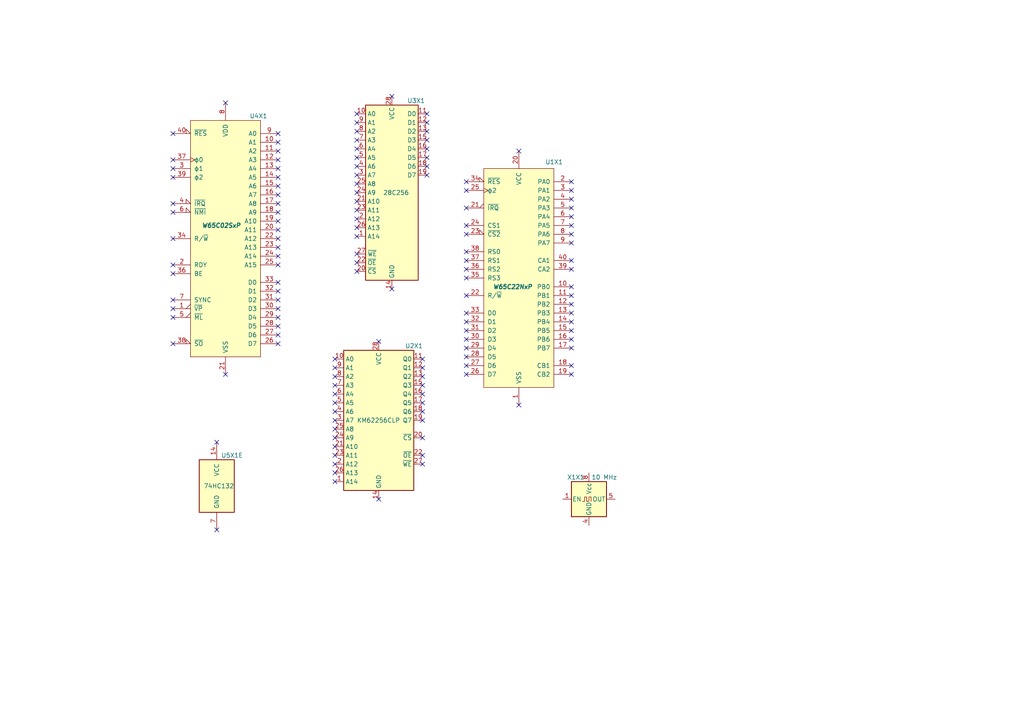
<source format=kicad_sch>
(kicad_sch (version 20211123) (generator eeschema)
  (paper "A4")
  (lib_symbols
    (symbol "65xx:W65C02SxP" (pin_names (offset 1.016))
      (property "Reference" "U" (at -10.16 35.56 0))
      (property "Value" "W65C02SxP" (at 0 0 90))
      (symbol "W65C02SxP_0_1"
        (rectangle (start -10.16 34.29) (end 10.16 -34.29) (fill (type background)))
      )
      (symbol "W65C02SxP_1_1"
        (pin output output_low (at -15.24 -20.32 0) (length 5.08) (name "~{VP}") (number "1"))
        (pin tri_state line (at 15.24 27.94 180) (length 5.08) (name "A1") (number "10"))
        (pin tri_state line (at 15.24 25.4 180) (length 5.08) (name "A2") (number "11"))
        (pin tri_state line (at 15.24 22.86 180) (length 5.08) (name "A3") (number "12"))
        (pin tri_state line (at 15.24 20.32 180) (length 5.08) (name "A4") (number "13"))
        (pin tri_state line (at 15.24 17.78 180) (length 5.08) (name "A5") (number "14"))
        (pin tri_state line (at 15.24 15.24 180) (length 5.08) (name "A6") (number "15"))
        (pin tri_state line (at 15.24 12.7 180) (length 5.08) (name "A7") (number "16"))
        (pin tri_state line (at 15.24 10.16 180) (length 5.08) (name "A8") (number "17"))
        (pin tri_state line (at 15.24 7.62 180) (length 5.08) (name "A9") (number "18"))
        (pin tri_state line (at 15.24 5.08 180) (length 5.08) (name "A10") (number "19"))
        (pin open_collector line (at -15.24 -7.62 0) (length 5.08) (name "RDY") (number "2"))
        (pin tri_state line (at 15.24 2.54 180) (length 5.08) (name "A11") (number "20"))
        (pin power_in line (at 0 -39.37 90) (length 5.08) (name "VSS") (number "21"))
        (pin tri_state line (at 15.24 0 180) (length 5.08) (name "A12") (number "22"))
        (pin tri_state line (at 15.24 -2.54 180) (length 5.08) (name "A13") (number "23"))
        (pin tri_state line (at 15.24 -5.08 180) (length 5.08) (name "A14") (number "24"))
        (pin tri_state line (at 15.24 -7.62 180) (length 5.08) (name "A15") (number "25"))
        (pin bidirectional line (at 15.24 -30.48 180) (length 5.08) (name "D7") (number "26"))
        (pin bidirectional line (at 15.24 -27.94 180) (length 5.08) (name "D6") (number "27"))
        (pin bidirectional line (at 15.24 -25.4 180) (length 5.08) (name "D5") (number "28"))
        (pin bidirectional line (at 15.24 -22.86 180) (length 5.08) (name "D4") (number "29"))
        (pin output line (at -15.24 20.32 0) (length 5.08) (name "ϕ1") (number "3"))
        (pin bidirectional line (at 15.24 -20.32 180) (length 5.08) (name "D3") (number "30"))
        (pin bidirectional line (at 15.24 -17.78 180) (length 5.08) (name "D2") (number "31"))
        (pin bidirectional line (at 15.24 -15.24 180) (length 5.08) (name "D1") (number "32"))
        (pin bidirectional line (at 15.24 -12.7 180) (length 5.08) (name "D0") (number "33"))
        (pin tri_state line (at -15.24 0 0) (length 5.08) (name "R/~{W}") (number "34"))
        (pin no_connect non_logic (at -10.16 -27.94 0) (length 2.54) hide (name "nc") (number "35"))
        (pin input line (at -15.24 -10.16 0) (length 5.08) (name "BE") (number "36"))
        (pin input clock (at -15.24 22.86 0) (length 5.08) (name "ϕ0") (number "37"))
        (pin input input_low (at -15.24 -30.48 0) (length 5.08) (name "~{SO}") (number "38"))
        (pin output line (at -15.24 17.78 0) (length 5.08) (name "ϕ2") (number "39"))
        (pin input input_low (at -15.24 10.16 0) (length 5.08) (name "~{IRQ}") (number "4"))
        (pin input input_low (at -15.24 30.48 0) (length 5.08) (name "~{RES}") (number "40"))
        (pin output output_low (at -15.24 -22.86 0) (length 5.08) (name "~{ML}") (number "5"))
        (pin input input_low (at -15.24 7.62 0) (length 5.08) (name "~{NMI}") (number "6"))
        (pin output line (at -15.24 -17.78 0) (length 5.08) (name "SYNC") (number "7"))
        (pin power_in line (at 0 39.37 270) (length 5.08) (name "VDD") (number "8"))
        (pin tri_state line (at 15.24 30.48 180) (length 5.08) (name "A0") (number "9"))
      )
    )
    (symbol "65xx:W65C22NxP" (pin_names (offset 1.016))
      (property "Reference" "U" (at -10.16 33.02 0))
      (property "Value" "W65C22NxP" (at 0 0 90))
      (symbol "W65C22NxP_0_1"
        (rectangle (start -10.16 31.75) (end 10.16 -31.75) (fill (type background)))
      )
      (symbol "W65C22NxP_1_1"
        (pin power_in line (at 0 -36.83 90) (length 5.08) (name "VSS") (number "1"))
        (pin bidirectional line (at 15.24 -2.54 180) (length 5.08) (name "PB0") (number "10"))
        (pin bidirectional line (at 15.24 -5.08 180) (length 5.08) (name "PB1") (number "11"))
        (pin bidirectional line (at 15.24 -7.62 180) (length 5.08) (name "PB2") (number "12"))
        (pin bidirectional line (at 15.24 -10.16 180) (length 5.08) (name "PB3") (number "13"))
        (pin bidirectional line (at 15.24 -12.7 180) (length 5.08) (name "PB4") (number "14"))
        (pin bidirectional line (at 15.24 -15.24 180) (length 5.08) (name "PB5") (number "15"))
        (pin bidirectional line (at 15.24 -17.78 180) (length 5.08) (name "PB6") (number "16"))
        (pin bidirectional line (at 15.24 -20.32 180) (length 5.08) (name "PB7") (number "17"))
        (pin input line (at 15.24 -25.4 180) (length 5.08) (name "CB1") (number "18"))
        (pin bidirectional line (at 15.24 -27.94 180) (length 5.08) (name "CB2") (number "19"))
        (pin bidirectional line (at 15.24 27.94 180) (length 5.08) (name "PA0") (number "2"))
        (pin power_in line (at 0 36.83 270) (length 5.08) (name "VCC") (number "20"))
        (pin open_collector output_low (at -15.24 20.32 0) (length 5.08) (name "~{IRQ}") (number "21"))
        (pin input line (at -15.24 -5.08 0) (length 5.08) (name "R/~{W}") (number "22"))
        (pin input input_low (at -15.24 12.7 0) (length 5.08) (name "~{CS2}") (number "23"))
        (pin input line (at -15.24 15.24 0) (length 5.08) (name "CS1") (number "24"))
        (pin input clock (at -15.24 25.4 0) (length 5.08) (name "ϕ2") (number "25"))
        (pin bidirectional line (at -15.24 -27.94 0) (length 5.08) (name "D7") (number "26"))
        (pin bidirectional line (at -15.24 -25.4 0) (length 5.08) (name "D6") (number "27"))
        (pin bidirectional line (at -15.24 -22.86 0) (length 5.08) (name "D5") (number "28"))
        (pin bidirectional line (at -15.24 -20.32 0) (length 5.08) (name "D4") (number "29"))
        (pin bidirectional line (at 15.24 25.4 180) (length 5.08) (name "PA1") (number "3"))
        (pin bidirectional line (at -15.24 -17.78 0) (length 5.08) (name "D3") (number "30"))
        (pin bidirectional line (at -15.24 -15.24 0) (length 5.08) (name "D2") (number "31"))
        (pin bidirectional line (at -15.24 -12.7 0) (length 5.08) (name "D1") (number "32"))
        (pin bidirectional line (at -15.24 -10.16 0) (length 5.08) (name "D0") (number "33"))
        (pin input input_low (at -15.24 27.94 0) (length 5.08) (name "~{RES}") (number "34"))
        (pin input line (at -15.24 0 0) (length 5.08) (name "RS3") (number "35"))
        (pin input line (at -15.24 2.54 0) (length 5.08) (name "RS2") (number "36"))
        (pin input line (at -15.24 5.08 0) (length 5.08) (name "RS1") (number "37"))
        (pin input line (at -15.24 7.62 0) (length 5.08) (name "RS0") (number "38"))
        (pin bidirectional line (at 15.24 2.54 180) (length 5.08) (name "CA2") (number "39"))
        (pin bidirectional line (at 15.24 22.86 180) (length 5.08) (name "PA2") (number "4"))
        (pin input line (at 15.24 5.08 180) (length 5.08) (name "CA1") (number "40"))
        (pin bidirectional line (at 15.24 20.32 180) (length 5.08) (name "PA3") (number "5"))
        (pin bidirectional line (at 15.24 17.78 180) (length 5.08) (name "PA4") (number "6"))
        (pin bidirectional line (at 15.24 15.24 180) (length 5.08) (name "PA5") (number "7"))
        (pin bidirectional line (at 15.24 12.7 180) (length 5.08) (name "PA6") (number "8"))
        (pin bidirectional line (at 15.24 10.16 180) (length 5.08) (name "PA7") (number "9"))
      )
    )
    (symbol "74xx:74HC00" (pin_names (offset 1.016))
      (property "Reference" "U" (at 0 1.27 0))
      (property "Value" "74HC00" (at 0 -1.27 0))
      (symbol "74HC00_1_1"
        (arc (start 0 -3.81) (mid 3.81 0) (end 0 3.81) (stroke (width 0.254)) (fill (type background)))
        (polyline (pts (xy 0 3.81) (xy -3.81 3.81) (xy -3.81 -3.81) (xy 0 -3.81)) (stroke (width 0.254)) (fill (type background)))
        (pin input line (at -7.62 2.54 0) (length 3.81) (name "~") (number "1"))
        (pin input line (at -7.62 -2.54 0) (length 3.81) (name "~") (number "2"))
        (pin output inverted (at 7.62 0 180) (length 3.81) (name "~") (number "3"))
      )
      (symbol "74HC00_1_2"
        (arc (start -3.81 -3.81) (mid -2.589 0) (end -3.81 3.81) (stroke (width 0.254)))
        (arc (start -0.6096 -3.81) (mid 2.1842 -2.5851) (end 3.81 0) (stroke (width 0.254)) (fill (type background)))
        (polyline (pts (xy -3.81 -3.81) (xy -0.635 -3.81)) (stroke (width 0.254)) (fill (type background)))
        (polyline (pts (xy -3.81 3.81) (xy -0.635 3.81)) (stroke (width 0.254)) (fill (type background)))
        (polyline (pts (xy -0.635 3.81) (xy -3.81 3.81) (xy -3.81 3.81) (xy -3.556 3.4036) (xy -3.0226 2.2606) (xy -2.6924 1.0414) (xy -2.6162 -0.254) (xy -2.7686 -1.4986) (xy -3.175 -2.7178) (xy -3.81 -3.81) (xy -3.81 -3.81) (xy -0.635 -3.81)) (stroke (width -25.4)) (fill (type background)))
        (arc (start 3.81 0) (mid 2.1915 2.5936) (end -0.6096 3.81) (stroke (width 0.254)) (fill (type background)))
        (pin input inverted (at -7.62 2.54 0) (length 4.318) (name "~") (number "1"))
        (pin input inverted (at -7.62 -2.54 0) (length 4.318) (name "~") (number "2"))
        (pin output line (at 7.62 0 180) (length 3.81) (name "~") (number "3"))
      )
      (symbol "74HC00_2_1"
        (arc (start 0 -3.81) (mid 3.81 0) (end 0 3.81) (stroke (width 0.254)) (fill (type background)))
        (polyline (pts (xy 0 3.81) (xy -3.81 3.81) (xy -3.81 -3.81) (xy 0 -3.81)) (stroke (width 0.254)) (fill (type background)))
        (pin input line (at -7.62 2.54 0) (length 3.81) (name "~") (number "4"))
        (pin input line (at -7.62 -2.54 0) (length 3.81) (name "~") (number "5"))
        (pin output inverted (at 7.62 0 180) (length 3.81) (name "~") (number "6"))
      )
      (symbol "74HC00_2_2"
        (arc (start -3.81 -3.81) (mid -2.589 0) (end -3.81 3.81) (stroke (width 0.254)))
        (arc (start -0.6096 -3.81) (mid 2.1842 -2.5851) (end 3.81 0) (stroke (width 0.254)) (fill (type background)))
        (polyline (pts (xy -3.81 -3.81) (xy -0.635 -3.81)) (stroke (width 0.254)) (fill (type background)))
        (polyline (pts (xy -3.81 3.81) (xy -0.635 3.81)) (stroke (width 0.254)) (fill (type background)))
        (polyline (pts (xy -0.635 3.81) (xy -3.81 3.81) (xy -3.81 3.81) (xy -3.556 3.4036) (xy -3.0226 2.2606) (xy -2.6924 1.0414) (xy -2.6162 -0.254) (xy -2.7686 -1.4986) (xy -3.175 -2.7178) (xy -3.81 -3.81) (xy -3.81 -3.81) (xy -0.635 -3.81)) (stroke (width -25.4)) (fill (type background)))
        (arc (start 3.81 0) (mid 2.1915 2.5936) (end -0.6096 3.81) (stroke (width 0.254)) (fill (type background)))
        (pin input inverted (at -7.62 2.54 0) (length 4.318) (name "~") (number "4"))
        (pin input inverted (at -7.62 -2.54 0) (length 4.318) (name "~") (number "5"))
        (pin output line (at 7.62 0 180) (length 3.81) (name "~") (number "6"))
      )
      (symbol "74HC00_3_1"
        (arc (start 0 -3.81) (mid 3.81 0) (end 0 3.81) (stroke (width 0.254)) (fill (type background)))
        (polyline (pts (xy 0 3.81) (xy -3.81 3.81) (xy -3.81 -3.81) (xy 0 -3.81)) (stroke (width 0.254)) (fill (type background)))
        (pin input line (at -7.62 -2.54 0) (length 3.81) (name "~") (number "10"))
        (pin output inverted (at 7.62 0 180) (length 3.81) (name "~") (number "8"))
        (pin input line (at -7.62 2.54 0) (length 3.81) (name "~") (number "9"))
      )
      (symbol "74HC00_3_2"
        (arc (start -3.81 -3.81) (mid -2.589 0) (end -3.81 3.81) (stroke (width 0.254)))
        (arc (start -0.6096 -3.81) (mid 2.1842 -2.5851) (end 3.81 0) (stroke (width 0.254)) (fill (type background)))
        (polyline (pts (xy -3.81 -3.81) (xy -0.635 -3.81)) (stroke (width 0.254)) (fill (type background)))
        (polyline (pts (xy -3.81 3.81) (xy -0.635 3.81)) (stroke (width 0.254)) (fill (type background)))
        (polyline (pts (xy -0.635 3.81) (xy -3.81 3.81) (xy -3.81 3.81) (xy -3.556 3.4036) (xy -3.0226 2.2606) (xy -2.6924 1.0414) (xy -2.6162 -0.254) (xy -2.7686 -1.4986) (xy -3.175 -2.7178) (xy -3.81 -3.81) (xy -3.81 -3.81) (xy -0.635 -3.81)) (stroke (width -25.4)) (fill (type background)))
        (arc (start 3.81 0) (mid 2.1915 2.5936) (end -0.6096 3.81) (stroke (width 0.254)) (fill (type background)))
        (pin input inverted (at -7.62 -2.54 0) (length 4.318) (name "~") (number "10"))
        (pin output line (at 7.62 0 180) (length 3.81) (name "~") (number "8"))
        (pin input inverted (at -7.62 2.54 0) (length 4.318) (name "~") (number "9"))
      )
      (symbol "74HC00_4_1"
        (arc (start 0 -3.81) (mid 3.81 0) (end 0 3.81) (stroke (width 0.254)) (fill (type background)))
        (polyline (pts (xy 0 3.81) (xy -3.81 3.81) (xy -3.81 -3.81) (xy 0 -3.81)) (stroke (width 0.254)) (fill (type background)))
        (pin output inverted (at 7.62 0 180) (length 3.81) (name "~") (number "11"))
        (pin input line (at -7.62 2.54 0) (length 3.81) (name "~") (number "12"))
        (pin input line (at -7.62 -2.54 0) (length 3.81) (name "~") (number "13"))
      )
      (symbol "74HC00_4_2"
        (arc (start -3.81 -3.81) (mid -2.589 0) (end -3.81 3.81) (stroke (width 0.254)))
        (arc (start -0.6096 -3.81) (mid 2.1842 -2.5851) (end 3.81 0) (stroke (width 0.254)) (fill (type background)))
        (polyline (pts (xy -3.81 -3.81) (xy -0.635 -3.81)) (stroke (width 0.254)) (fill (type background)))
        (polyline (pts (xy -3.81 3.81) (xy -0.635 3.81)) (stroke (width 0.254)) (fill (type background)))
        (polyline (pts (xy -0.635 3.81) (xy -3.81 3.81) (xy -3.81 3.81) (xy -3.556 3.4036) (xy -3.0226 2.2606) (xy -2.6924 1.0414) (xy -2.6162 -0.254) (xy -2.7686 -1.4986) (xy -3.175 -2.7178) (xy -3.81 -3.81) (xy -3.81 -3.81) (xy -0.635 -3.81)) (stroke (width -25.4)) (fill (type background)))
        (arc (start 3.81 0) (mid 2.1915 2.5936) (end -0.6096 3.81) (stroke (width 0.254)) (fill (type background)))
        (pin output line (at 7.62 0 180) (length 3.81) (name "~") (number "11"))
        (pin input inverted (at -7.62 2.54 0) (length 4.318) (name "~") (number "12"))
        (pin input inverted (at -7.62 -2.54 0) (length 4.318) (name "~") (number "13"))
      )
      (symbol "74HC00_5_0"
        (pin power_in line (at 0 12.7 270) (length 5.08) (name "VCC") (number "14"))
        (pin power_in line (at 0 -12.7 90) (length 5.08) (name "GND") (number "7"))
      )
      (symbol "74HC00_5_1"
        (rectangle (start -5.08 7.62) (end 5.08 -7.62) (stroke (width 0.254)) (fill (type background)))
      )
    )
    (symbol "Memory_EEPROM:28C256"
      (property "Reference" "U" (at -7.62 26.67 0))
      (property "Value" "28C256" (at 2.54 -26.67 0))
      (symbol "28C256_1_1"
        (rectangle (start -7.62 25.4) (end 7.62 -25.4) (stroke (width 0.254)) (fill (type background)))
        (pin input line (at -10.16 -12.7 0) (length 2.54) (name "A14") (number "1"))
        (pin input line (at -10.16 22.86 0) (length 2.54) (name "A0") (number "10"))
        (pin tri_state line (at 10.16 22.86 180) (length 2.54) (name "D0") (number "11"))
        (pin tri_state line (at 10.16 20.32 180) (length 2.54) (name "D1") (number "12"))
        (pin tri_state line (at 10.16 17.78 180) (length 2.54) (name "D2") (number "13"))
        (pin power_in line (at 0 -27.94 90) (length 2.54) (name "GND") (number "14"))
        (pin tri_state line (at 10.16 15.24 180) (length 2.54) (name "D3") (number "15"))
        (pin tri_state line (at 10.16 12.7 180) (length 2.54) (name "D4") (number "16"))
        (pin tri_state line (at 10.16 10.16 180) (length 2.54) (name "D5") (number "17"))
        (pin tri_state line (at 10.16 7.62 180) (length 2.54) (name "D6") (number "18"))
        (pin tri_state line (at 10.16 5.08 180) (length 2.54) (name "D7") (number "19"))
        (pin input line (at -10.16 -7.62 0) (length 2.54) (name "A12") (number "2"))
        (pin input line (at -10.16 -22.86 0) (length 2.54) (name "~{CS}") (number "20"))
        (pin input line (at -10.16 -2.54 0) (length 2.54) (name "A10") (number "21"))
        (pin input line (at -10.16 -20.32 0) (length 2.54) (name "~{OE}") (number "22"))
        (pin input line (at -10.16 -5.08 0) (length 2.54) (name "A11") (number "23"))
        (pin input line (at -10.16 0 0) (length 2.54) (name "A9") (number "24"))
        (pin input line (at -10.16 2.54 0) (length 2.54) (name "A8") (number "25"))
        (pin input line (at -10.16 -10.16 0) (length 2.54) (name "A13") (number "26"))
        (pin input line (at -10.16 -17.78 0) (length 2.54) (name "~{WE}") (number "27"))
        (pin power_in line (at 0 27.94 270) (length 2.54) (name "VCC") (number "28"))
        (pin input line (at -10.16 5.08 0) (length 2.54) (name "A7") (number "3"))
        (pin input line (at -10.16 7.62 0) (length 2.54) (name "A6") (number "4"))
        (pin input line (at -10.16 10.16 0) (length 2.54) (name "A5") (number "5"))
        (pin input line (at -10.16 12.7 0) (length 2.54) (name "A4") (number "6"))
        (pin input line (at -10.16 15.24 0) (length 2.54) (name "A3") (number "7"))
        (pin input line (at -10.16 17.78 0) (length 2.54) (name "A2") (number "8"))
        (pin input line (at -10.16 20.32 0) (length 2.54) (name "A1") (number "9"))
      )
    )
    (symbol "Memory_RAM:KM62256CLP"
      (property "Reference" "U" (at -10.16 20.955 0))
      (property "Value" "KM62256CLP" (at 2.54 20.955 0))
      (symbol "KM62256CLP_0_0"
        (pin power_in line (at 0 -22.86 90) (length 2.54) (name "GND") (number "14"))
        (pin power_in line (at 0 22.86 270) (length 2.54) (name "VCC") (number "28"))
      )
      (symbol "KM62256CLP_0_1"
        (rectangle (start -10.16 20.32) (end 10.16 -20.32) (stroke (width 0.254)) (fill (type background)))
      )
      (symbol "KM62256CLP_1_1"
        (pin input line (at -12.7 -17.78 0) (length 2.54) (name "A14") (number "1"))
        (pin input line (at -12.7 17.78 0) (length 2.54) (name "A0") (number "10"))
        (pin tri_state line (at 12.7 17.78 180) (length 2.54) (name "Q0") (number "11"))
        (pin tri_state line (at 12.7 15.24 180) (length 2.54) (name "Q1") (number "12"))
        (pin tri_state line (at 12.7 12.7 180) (length 2.54) (name "Q2") (number "13"))
        (pin tri_state line (at 12.7 10.16 180) (length 2.54) (name "Q3") (number "15"))
        (pin tri_state line (at 12.7 7.62 180) (length 2.54) (name "Q4") (number "16"))
        (pin tri_state line (at 12.7 5.08 180) (length 2.54) (name "Q5") (number "17"))
        (pin tri_state line (at 12.7 2.54 180) (length 2.54) (name "Q6") (number "18"))
        (pin tri_state line (at 12.7 0 180) (length 2.54) (name "Q7") (number "19"))
        (pin input line (at -12.7 -12.7 0) (length 2.54) (name "A12") (number "2"))
        (pin input line (at 12.7 -5.08 180) (length 2.54) (name "~{CS}") (number "20"))
        (pin input line (at -12.7 -7.62 0) (length 2.54) (name "A10") (number "21"))
        (pin input line (at 12.7 -10.16 180) (length 2.54) (name "~{OE}") (number "22"))
        (pin input line (at -12.7 -10.16 0) (length 2.54) (name "A11") (number "23"))
        (pin input line (at -12.7 -5.08 0) (length 2.54) (name "A9") (number "24"))
        (pin input line (at -12.7 -2.54 0) (length 2.54) (name "A8") (number "25"))
        (pin input line (at -12.7 -15.24 0) (length 2.54) (name "A13") (number "26"))
        (pin input line (at 12.7 -12.7 180) (length 2.54) (name "~{WE}") (number "27"))
        (pin input line (at -12.7 0 0) (length 2.54) (name "A7") (number "3"))
        (pin input line (at -12.7 2.54 0) (length 2.54) (name "A6") (number "4"))
        (pin input line (at -12.7 5.08 0) (length 2.54) (name "A5") (number "5"))
        (pin input line (at -12.7 7.62 0) (length 2.54) (name "A4") (number "6"))
        (pin input line (at -12.7 10.16 0) (length 2.54) (name "A3") (number "7"))
        (pin input line (at -12.7 12.7 0) (length 2.54) (name "A2") (number "8"))
        (pin input line (at -12.7 15.24 0) (length 2.54) (name "A1") (number "9"))
      )
    )
    (symbol "Oscillator:CXO_DIP8" (pin_names (offset 0.254))
      (property "Reference" "X" (at -5.08 6.35 0))
      (property "Value" "CXO_DIP8" (at 1.27 -6.35 0))
      (symbol "CXO_DIP8_0_1"
        (rectangle (start -5.08 5.08) (end 5.08 -5.08) (stroke (width 0.254)) (fill (type background)))
        (polyline (pts (xy -1.905 -0.635) (xy -1.27 -0.635) (xy -1.27 0.635) (xy -0.635 0.635) (xy -0.635 -0.635) (xy 0 -0.635) (xy 0 0.635) (xy 0.635 0.635) (xy 0.635 -0.635)))
      )
      (symbol "CXO_DIP8_1_1"
        (pin input line (at -7.62 0 0) (length 2.54) (name "EN") (number "1"))
        (pin power_in line (at 0 -7.62 90) (length 2.54) (name "GND") (number "4"))
        (pin output line (at 7.62 0 180) (length 2.54) (name "OUT") (number "5"))
        (pin power_in line (at 0 7.62 270) (length 2.54) (name "Vcc") (number "8"))
      )
    )
  )
  (no_connect (at 97.155 114.3))
  (no_connect (at 50.165 48.895))
  (no_connect (at 165.735 83.185))
  (no_connect (at 65.405 29.845))
  (no_connect (at 103.505 66.04))
  (no_connect (at 122.555 111.76))
  (no_connect (at 80.645 84.455))
  (no_connect (at 135.255 98.425))
  (no_connect (at 150.495 43.815))
  (no_connect (at 50.165 61.595))
  (no_connect (at 123.825 35.56))
  (no_connect (at 80.645 51.435))
  (no_connect (at 80.645 94.615))
  (no_connect (at 80.645 59.055))
  (no_connect (at 80.645 48.895))
  (no_connect (at 103.505 78.74))
  (no_connect (at 50.165 69.215))
  (no_connect (at 122.555 116.84))
  (no_connect (at 103.505 40.64))
  (no_connect (at 165.735 106.045))
  (no_connect (at 165.735 95.885))
  (no_connect (at 97.155 124.46))
  (no_connect (at 103.505 55.88))
  (no_connect (at 80.645 66.675))
  (no_connect (at 97.155 134.62))
  (no_connect (at 97.155 109.22))
  (no_connect (at 103.505 33.02))
  (no_connect (at 97.155 132.08))
  (no_connect (at 62.865 153.67))
  (no_connect (at 50.165 59.055))
  (no_connect (at 62.865 128.27))
  (no_connect (at 80.645 53.975))
  (no_connect (at 103.505 76.2))
  (no_connect (at 80.645 92.075))
  (no_connect (at 80.645 99.695))
  (no_connect (at 135.255 103.505))
  (no_connect (at 80.645 69.215))
  (no_connect (at 165.735 52.705))
  (no_connect (at 135.255 52.705))
  (no_connect (at 165.735 60.325))
  (no_connect (at 80.645 41.275))
  (no_connect (at 165.735 90.805))
  (no_connect (at 123.825 38.1))
  (no_connect (at 122.555 106.68))
  (no_connect (at 122.555 109.22))
  (no_connect (at 122.555 119.38))
  (no_connect (at 103.505 38.1))
  (no_connect (at 109.855 144.78))
  (no_connect (at 165.735 62.865))
  (no_connect (at 165.735 88.265))
  (no_connect (at 135.255 55.245))
  (no_connect (at 97.155 116.84))
  (no_connect (at 123.825 33.02))
  (no_connect (at 165.735 85.725))
  (no_connect (at 97.155 139.7))
  (no_connect (at 50.165 89.535))
  (no_connect (at 50.165 92.075))
  (no_connect (at 103.505 60.96))
  (no_connect (at 80.645 86.995))
  (no_connect (at 165.735 100.965))
  (no_connect (at 103.505 68.58))
  (no_connect (at 135.255 108.585))
  (no_connect (at 103.505 53.34))
  (no_connect (at 80.645 89.535))
  (no_connect (at 113.665 83.82))
  (no_connect (at 123.825 48.26))
  (no_connect (at 80.645 97.155))
  (no_connect (at 165.735 78.105))
  (no_connect (at 150.495 117.475))
  (no_connect (at 122.555 134.62))
  (no_connect (at 97.155 104.14))
  (no_connect (at 103.505 63.5))
  (no_connect (at 103.505 48.26))
  (no_connect (at 165.735 70.485))
  (no_connect (at 113.665 27.94))
  (no_connect (at 135.255 73.025))
  (no_connect (at 103.505 50.8))
  (no_connect (at 165.735 93.345))
  (no_connect (at 135.255 85.725))
  (no_connect (at 97.155 106.68))
  (no_connect (at 165.735 67.945))
  (no_connect (at 97.155 119.38))
  (no_connect (at 135.255 67.945))
  (no_connect (at 123.825 40.64))
  (no_connect (at 122.555 127))
  (no_connect (at 135.255 78.105))
  (no_connect (at 123.825 50.8))
  (no_connect (at 50.165 46.355))
  (no_connect (at 135.255 65.405))
  (no_connect (at 123.825 45.72))
  (no_connect (at 80.645 74.295))
  (no_connect (at 50.165 38.735))
  (no_connect (at 50.165 76.835))
  (no_connect (at 122.555 121.92))
  (no_connect (at 135.255 75.565))
  (no_connect (at 109.855 99.06))
  (no_connect (at 103.505 35.56))
  (no_connect (at 165.735 108.585))
  (no_connect (at 80.645 71.755))
  (no_connect (at 135.255 95.885))
  (no_connect (at 122.555 132.08))
  (no_connect (at 97.155 137.16))
  (no_connect (at 80.645 43.815))
  (no_connect (at 122.555 114.3))
  (no_connect (at 103.505 73.66))
  (no_connect (at 50.165 86.995))
  (no_connect (at 50.165 51.435))
  (no_connect (at 135.255 93.345))
  (no_connect (at 135.255 106.045))
  (no_connect (at 65.405 108.585))
  (no_connect (at 80.645 46.355))
  (no_connect (at 165.735 65.405))
  (no_connect (at 165.735 57.785))
  (no_connect (at 123.825 43.18))
  (no_connect (at 80.645 81.915))
  (no_connect (at 165.735 55.245))
  (no_connect (at 103.505 43.18))
  (no_connect (at 50.165 79.375))
  (no_connect (at 80.645 56.515))
  (no_connect (at 80.645 61.595))
  (no_connect (at 122.555 104.14))
  (no_connect (at 135.255 60.325))
  (no_connect (at 80.645 64.135))
  (no_connect (at 165.735 98.425))
  (no_connect (at 97.155 127))
  (no_connect (at 50.165 99.695))
  (no_connect (at 165.735 75.565))
  (no_connect (at 135.255 90.805))
  (no_connect (at 97.155 121.92))
  (no_connect (at 80.645 38.735))
  (no_connect (at 135.255 80.645))
  (no_connect (at 103.505 45.72))
  (no_connect (at 103.505 58.42))
  (no_connect (at 97.155 111.76))
  (no_connect (at 97.155 129.54))
  (no_connect (at 80.645 76.835))
  (no_connect (at 135.255 100.965))
  (symbol (lib_id "Memory_EEPROM:28C256") (at 113.665 55.88 0) (unit 1) (on_board no)
    (property "Reference" "U3X1" (at 118.11 29.21 0) (effects (justify left)))
    (property "Value" "28C256" (at 111.125 55.88 0) (effects (justify left)))
    (property "Footprint" "Package_DIP:DIP-28_W15.24mm" (effects hide))
    (property "Datasheet" "http://ww1.microchip.com/downloads/en/DeviceDoc/doc0006.pdf" (effects hide))
    (property "Manufacturer" "Aries Electronics" (effects hide))
    (property "Manufacturer Part Number" "28-526-10" (effects hide))
    (property "Supplier Part Number" "535-28-526-10" (effects hide))
    (property "Supplier" "Mouser" (effects hide))
  )
  (symbol (lib_id "Oscillator:CXO_DIP8") (at 170.815 144.78 0) (unit 1) (on_board no)
    (property "Reference" "X1X1" (at 167.005 138.43 0))
    (property "Value" "10 MHz" (at 175.26 138.43 0))
    (property "Footprint" "Oscillator:Oscillator_DIP-8_LargePads" (effects hide))
    (property "Datasheet" "http://cdn-reichelt.de/documents/datenblatt/B400/OSZI.pdf" (effects hide))
    (property "Supplier" "Mouser" (effects hide))
    (property "Manufacturer" "CTS" (effects hide))
    (property "Manufacturer Part Number" "MXO45HS-3C-10M0000" (effects hide))
    (property "Supplier Part Number" "774-MXO45HS-3C-10.0" (effects hide))
  )
  (symbol (lib_id "65xx:W65C02SxP") (at 65.405 69.215 0) (unit 1) (on_board no)
    (property "Reference" "U4X1" (at 72.39 33.655 0) (effects (justify left)))
    (property "Value" "W65C02SxP" (at 58.42 65.405 0) (effects (font bold italic) (justify left)))
    (property "Footprint" "Package_DIP:DIP-40_W15.24mm" (effects hide))
    (property "Datasheet" "http://www.westerndesigncenter.com/wdc/documentation/w65c02s.pdf" (effects hide))
    (property "Manufacturer" "Amphenol" (effects hide))
    (property "Manufacturer Part Number" "DILB40P-223TLF" (effects hide))
    (property "Supplier Part Number" "649-DILB40P223TLF" (effects hide))
    (property "Supplier" "Mouser" (effects hide))
  )
  (symbol (lib_id "Memory_RAM:KM62256CLP") (at 109.855 121.92 0) (unit 1) (on_board no)
    (property "Reference" "U2X1" (at 117.475 100.33 0) (effects (justify left)))
    (property "Value" "KM62256CLP" (at 103.505 121.92 0) (effects (justify left)))
    (property "Footprint" "Package_DIP:DIP-28_W15.24mm" (effects hide))
    (property "Datasheet" "https://www.futurlec.com/Datasheet/Memory/62256.pdf" (effects hide))
    (property "Manufacturer" "Amphenol" (effects hide))
    (property "Manufacturer Part Number" "DILB28P-223TLF" (effects hide))
    (property "Supplier Part Number" "649-DILB28P223TLF" (effects hide))
    (property "Supplier" "Mouser" (effects hide))
  )
  (symbol (lib_id "74xx:74HC00") (at 62.865 140.97 0) (unit 5) (on_board no)
    (property "Reference" "U5X1" (at 64.135 132.08 0) (effects (justify left)))
    (property "Value" "74HC132" (at 59.055 140.97 0) (effects (justify left)))
    (property "Footprint" "Package_DIP:DIP-14_W7.62mm" (effects hide))
    (property "Datasheet" "http://www.ti.com/lit/gpn/sn74hc00" (effects hide))
    (property "Manufacturer" "Amphenol" (effects hide))
    (property "Manufacturer Part Number" "DILB14P-223TLF" (effects hide))
    (property "Supplier Part Number" "649-DILB14P-223TLF" (effects hide))
    (property "Supplier" "Mouser" (effects hide))
  )
  (symbol (lib_id "65xx:W65C22NxP") (at 150.495 80.645 0) (unit 1) (on_board no)
    (property "Reference" "U1X1" (at 158.115 46.99 0) (effects (justify left)))
    (property "Value" "W65C22NxP" (at 142.875 83.185 0) (effects (font bold italic) (justify left)))
    (property "Footprint" "Package_DIP:DIP-40_W15.24mm" (effects hide))
    (property "Datasheet" "http://www.westerndesigncenter.com/wdc/documentation/w65c22.pdf" (effects hide))
    (property "Manufacturer" "Amphenol" (effects hide))
    (property "Manufacturer Part Number" "DILB40P-223TLF" (effects hide))
    (property "Supplier Part Number" "649-DILB40P223TLF" (effects hide))
    (property "Supplier" "Mouser" (effects hide))
  )
)
</source>
